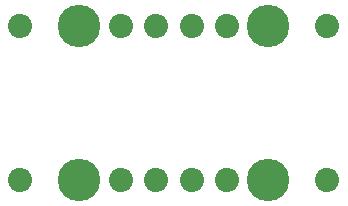
<source format=gbr>
G04 #@! TF.GenerationSoftware,KiCad,Pcbnew,(5.0.0)*
G04 #@! TF.CreationDate,2018-08-28T22:02:12+02:00*
G04 #@! TF.ProjectId,1u_mult,31755F6D756C742E6B696361645F7063,rev?*
G04 #@! TF.SameCoordinates,Original*
G04 #@! TF.FileFunction,Soldermask,Bot*
G04 #@! TF.FilePolarity,Negative*
%FSLAX46Y46*%
G04 Gerber Fmt 4.6, Leading zero omitted, Abs format (unit mm)*
G04 Created by KiCad (PCBNEW (5.0.0)) date 08/28/18 22:02:12*
%MOMM*%
%LPD*%
G01*
G04 APERTURE LIST*
%ADD10C,2.048460*%
%ADD11C,3.600000*%
G04 APERTURE END LIST*
D10*
G04 #@! TO.C,J1*
X1001280Y-4500000D03*
X9497580Y-4500000D03*
X12499860Y-4500000D03*
D11*
X6000000Y-4500000D03*
G04 #@! TD*
G04 #@! TO.C,J2*
X22000000Y-4500000D03*
D10*
X15500140Y-4500000D03*
X18502420Y-4500000D03*
X26998720Y-4500000D03*
G04 #@! TD*
G04 #@! TO.C,J3*
X1001280Y-17500000D03*
X9497580Y-17500000D03*
X12499860Y-17500000D03*
D11*
X6000000Y-17500000D03*
G04 #@! TD*
G04 #@! TO.C,J4*
X22000000Y-17500000D03*
D10*
X15500140Y-17500000D03*
X18502420Y-17500000D03*
X26998720Y-17500000D03*
G04 #@! TD*
M02*

</source>
